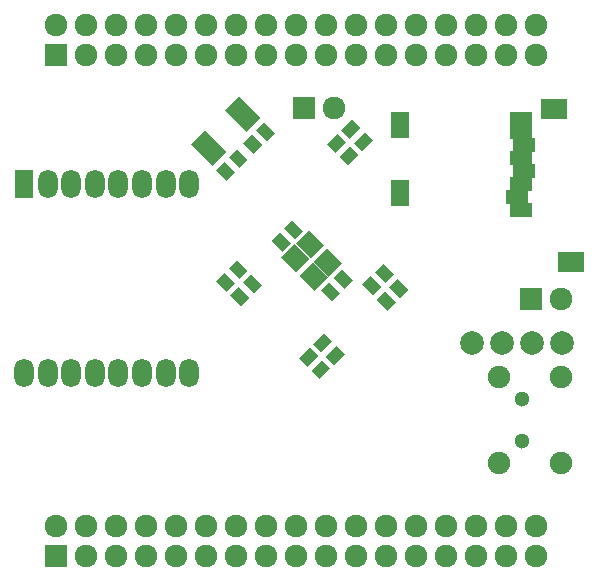
<source format=gbs>
G04 #@! TF.FileFunction,Soldermask,Bot*
%FSLAX46Y46*%
G04 Gerber Fmt 4.6, Leading zero omitted, Abs format (unit mm)*
G04 Created by KiCad (PCBNEW 4.0.7) date 02/27/18 15:26:37*
%MOMM*%
%LPD*%
G01*
G04 APERTURE LIST*
%ADD10C,0.100000*%
%ADD11R,2.300000X1.800000*%
%ADD12R,1.900000X1.200000*%
%ADD13R,1.500000X2.200000*%
%ADD14C,1.300000*%
%ADD15C,1.900000*%
%ADD16R,1.650000X2.400000*%
%ADD17O,1.650000X2.400000*%
%ADD18C,1.924000*%
%ADD19R,1.924000X1.924000*%
%ADD20C,2.000000*%
G04 APERTURE END LIST*
D10*
G36*
X85724264Y-119056497D02*
X86643503Y-119975736D01*
X85936396Y-120682843D01*
X85017157Y-119763604D01*
X85724264Y-119056497D01*
X85724264Y-119056497D01*
G37*
G36*
X84663604Y-120117157D02*
X85582843Y-121036396D01*
X84875736Y-121743503D01*
X83956497Y-120824264D01*
X84663604Y-120117157D01*
X84663604Y-120117157D01*
G37*
G36*
X83324264Y-110756497D02*
X84243503Y-111675736D01*
X83536396Y-112382843D01*
X82617157Y-111463604D01*
X83324264Y-110756497D01*
X83324264Y-110756497D01*
G37*
G36*
X82263604Y-111817157D02*
X83182843Y-112736396D01*
X82475736Y-113443503D01*
X81556497Y-112524264D01*
X82263604Y-111817157D01*
X82263604Y-111817157D01*
G37*
G36*
X89075736Y-125943503D02*
X88156497Y-125024264D01*
X88863604Y-124317157D01*
X89782843Y-125236396D01*
X89075736Y-125943503D01*
X89075736Y-125943503D01*
G37*
G36*
X90136396Y-124882843D02*
X89217157Y-123963604D01*
X89924264Y-123256497D01*
X90843503Y-124175736D01*
X90136396Y-124882843D01*
X90136396Y-124882843D01*
G37*
G36*
X80175736Y-115743503D02*
X79256497Y-114824264D01*
X79963604Y-114117157D01*
X80882843Y-115036396D01*
X80175736Y-115743503D01*
X80175736Y-115743503D01*
G37*
G36*
X81236396Y-114682843D02*
X80317157Y-113763604D01*
X81024264Y-113056497D01*
X81943503Y-113975736D01*
X81236396Y-114682843D01*
X81236396Y-114682843D01*
G37*
D11*
X107900000Y-109700000D03*
X109300000Y-122600000D03*
D12*
X105100000Y-110500000D03*
X105100000Y-111600000D03*
X105300000Y-112700000D03*
X105100000Y-113800000D03*
X105300000Y-114900000D03*
X105100000Y-116000000D03*
X104700000Y-117100000D03*
X105100000Y-118200000D03*
D13*
X94800000Y-111050000D03*
X94800000Y-116750000D03*
D14*
X105200000Y-137750000D03*
X105200000Y-134250000D03*
D15*
X103200000Y-139650000D03*
X103200000Y-132350000D03*
X108500000Y-139650000D03*
X108500000Y-132350000D03*
D16*
X63000000Y-116000000D03*
D17*
X65000000Y-116000000D03*
X67000000Y-116000000D03*
X69000000Y-116000000D03*
X71000000Y-116000000D03*
X73000000Y-116000000D03*
X75000000Y-116000000D03*
X77000000Y-116000000D03*
X77000000Y-132000000D03*
X75000000Y-132000000D03*
X73000000Y-132000000D03*
X71000000Y-132000000D03*
X69000000Y-132000000D03*
X67000000Y-132000000D03*
X65000000Y-132000000D03*
X63000000Y-132000000D03*
D18*
X89240000Y-109600000D03*
D19*
X86700000Y-109600000D03*
D18*
X108440000Y-125800000D03*
D19*
X105900000Y-125800000D03*
D18*
X65700000Y-144960000D03*
D19*
X65700000Y-147500000D03*
D18*
X68240000Y-144960000D03*
X68240000Y-147500000D03*
X70780000Y-144960000D03*
X70780000Y-147500000D03*
X73320000Y-144960000D03*
X73320000Y-147500000D03*
X75860000Y-144960000D03*
X75860000Y-147500000D03*
X78400000Y-144960000D03*
X78400000Y-147500000D03*
X80940000Y-144960000D03*
X80940000Y-147500000D03*
X83480000Y-144960000D03*
X83480000Y-147500000D03*
X86020000Y-144960000D03*
X86020000Y-147500000D03*
X88560000Y-144960000D03*
X88560000Y-147500000D03*
X91100000Y-144960000D03*
X91100000Y-147500000D03*
X93640000Y-144960000D03*
X93640000Y-147500000D03*
X96180000Y-144960000D03*
X96180000Y-147500000D03*
X98720000Y-144960000D03*
X98720000Y-147500000D03*
X101260000Y-144960000D03*
X101260000Y-147500000D03*
X103800000Y-144960000D03*
X103800000Y-147500000D03*
X106340000Y-144960000D03*
X106340000Y-147500000D03*
X65700000Y-102560000D03*
D19*
X65700000Y-105100000D03*
D18*
X68240000Y-102560000D03*
X68240000Y-105100000D03*
X70780000Y-102560000D03*
X70780000Y-105100000D03*
X73320000Y-102560000D03*
X73320000Y-105100000D03*
X75860000Y-102560000D03*
X75860000Y-105100000D03*
X78400000Y-102560000D03*
X78400000Y-105100000D03*
X80940000Y-102560000D03*
X80940000Y-105100000D03*
X83480000Y-102560000D03*
X83480000Y-105100000D03*
X86020000Y-102560000D03*
X86020000Y-105100000D03*
X88560000Y-102560000D03*
X88560000Y-105100000D03*
X91100000Y-102560000D03*
X91100000Y-105100000D03*
X93640000Y-102560000D03*
X93640000Y-105100000D03*
X96180000Y-102560000D03*
X96180000Y-105100000D03*
X98720000Y-102560000D03*
X98720000Y-105100000D03*
X101260000Y-102560000D03*
X101260000Y-105100000D03*
X103800000Y-102560000D03*
X103800000Y-105100000D03*
X106340000Y-102560000D03*
X106340000Y-105100000D03*
D20*
X100900000Y-129500000D03*
X103440000Y-129500000D03*
X105980000Y-129500000D03*
X108520000Y-129500000D03*
D10*
G36*
X86001171Y-121028158D02*
X87128158Y-119901171D01*
X88398829Y-121171842D01*
X87271842Y-122298829D01*
X86001171Y-121028158D01*
X86001171Y-121028158D01*
G37*
G36*
X87563736Y-122590723D02*
X88690723Y-121463736D01*
X89961394Y-122734407D01*
X88834407Y-123861394D01*
X87563736Y-122590723D01*
X87563736Y-122590723D01*
G37*
G36*
X86360381Y-123794077D02*
X87487368Y-122667090D01*
X88758039Y-123937761D01*
X87631052Y-125064748D01*
X86360381Y-123794077D01*
X86360381Y-123794077D01*
G37*
G36*
X84797817Y-122231512D02*
X85924804Y-121104525D01*
X87195475Y-122375196D01*
X86068488Y-123502183D01*
X84797817Y-122231512D01*
X84797817Y-122231512D01*
G37*
G36*
X81167731Y-108586862D02*
X83013138Y-110432269D01*
X81832269Y-111613138D01*
X79986862Y-109767731D01*
X81167731Y-108586862D01*
X81167731Y-108586862D01*
G37*
G36*
X78294049Y-111460544D02*
X80139456Y-113305951D01*
X78958587Y-114486820D01*
X77113180Y-112641413D01*
X78294049Y-111460544D01*
X78294049Y-111460544D01*
G37*
G36*
X88943503Y-131624264D02*
X88024264Y-132543503D01*
X87317157Y-131836396D01*
X88236396Y-130917157D01*
X88943503Y-131624264D01*
X88943503Y-131624264D01*
G37*
G36*
X87882843Y-130563604D02*
X86963604Y-131482843D01*
X86256497Y-130775736D01*
X87175736Y-129856497D01*
X87882843Y-130563604D01*
X87882843Y-130563604D01*
G37*
G36*
X90143503Y-130424264D02*
X89224264Y-131343503D01*
X88517157Y-130636396D01*
X89436396Y-129717157D01*
X90143503Y-130424264D01*
X90143503Y-130424264D01*
G37*
G36*
X89082843Y-129363604D02*
X88163604Y-130282843D01*
X87456497Y-129575736D01*
X88375736Y-128656497D01*
X89082843Y-129363604D01*
X89082843Y-129363604D01*
G37*
G36*
X94624264Y-124056497D02*
X95543503Y-124975736D01*
X94836396Y-125682843D01*
X93917157Y-124763604D01*
X94624264Y-124056497D01*
X94624264Y-124056497D01*
G37*
G36*
X93563604Y-125117157D02*
X94482843Y-126036396D01*
X93775736Y-126743503D01*
X92856497Y-125824264D01*
X93563604Y-125117157D01*
X93563604Y-125117157D01*
G37*
G36*
X93424264Y-122756497D02*
X94343503Y-123675736D01*
X93636396Y-124382843D01*
X92717157Y-123463604D01*
X93424264Y-122756497D01*
X93424264Y-122756497D01*
G37*
G36*
X92363604Y-123817157D02*
X93282843Y-124736396D01*
X92575736Y-125443503D01*
X91656497Y-124524264D01*
X92363604Y-123817157D01*
X92363604Y-123817157D01*
G37*
G36*
X80175736Y-125143503D02*
X79256497Y-124224264D01*
X79963604Y-123517157D01*
X80882843Y-124436396D01*
X80175736Y-125143503D01*
X80175736Y-125143503D01*
G37*
G36*
X81236396Y-124082843D02*
X80317157Y-123163604D01*
X81024264Y-122456497D01*
X81943503Y-123375736D01*
X81236396Y-124082843D01*
X81236396Y-124082843D01*
G37*
G36*
X81375736Y-126343503D02*
X80456497Y-125424264D01*
X81163604Y-124717157D01*
X82082843Y-125636396D01*
X81375736Y-126343503D01*
X81375736Y-126343503D01*
G37*
G36*
X82436396Y-125282843D02*
X81517157Y-124363604D01*
X82224264Y-123656497D01*
X83143503Y-124575736D01*
X82436396Y-125282843D01*
X82436396Y-125282843D01*
G37*
G36*
X88656497Y-112675736D02*
X89575736Y-111756497D01*
X90282843Y-112463604D01*
X89363604Y-113382843D01*
X88656497Y-112675736D01*
X88656497Y-112675736D01*
G37*
G36*
X89717157Y-113736396D02*
X90636396Y-112817157D01*
X91343503Y-113524264D01*
X90424264Y-114443503D01*
X89717157Y-113736396D01*
X89717157Y-113736396D01*
G37*
G36*
X89856497Y-111475736D02*
X90775736Y-110556497D01*
X91482843Y-111263604D01*
X90563604Y-112182843D01*
X89856497Y-111475736D01*
X89856497Y-111475736D01*
G37*
G36*
X90917157Y-112536396D02*
X91836396Y-111617157D01*
X92543503Y-112324264D01*
X91624264Y-113243503D01*
X90917157Y-112536396D01*
X90917157Y-112536396D01*
G37*
M02*

</source>
